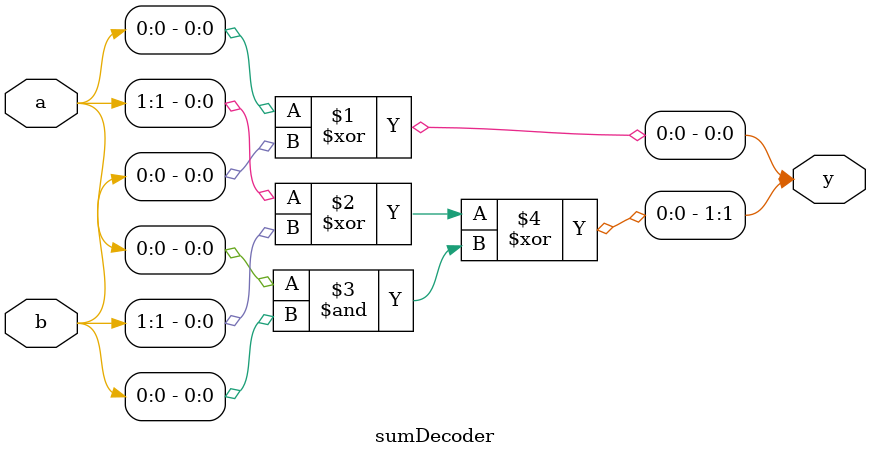
<source format=sv>
module sumDecoder(input logic [1: 0] a, b, 
						output logic [1: 0]y);

	assign y[0] = a[0] ^ b[0];
	assign y[1] = (a[1] ^ b[1]) ^ a[0] & b[0];
	
endmodule

</source>
